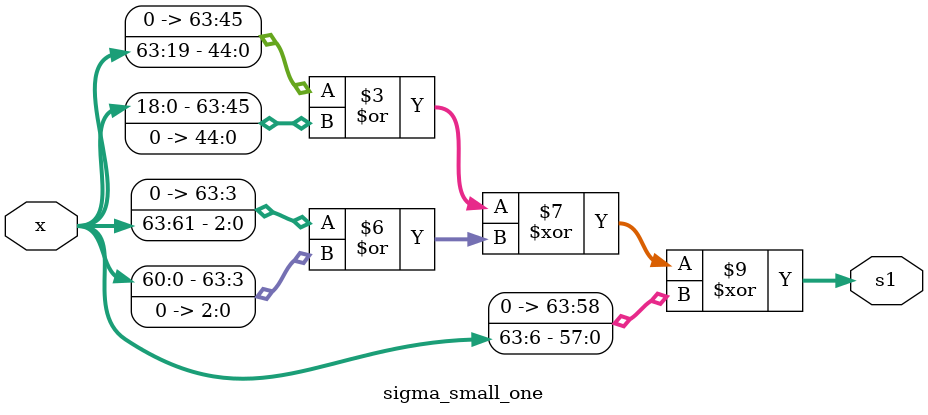
<source format=v>

`define sigma1(x) (((x >>> 19)|(x<<<45)) ^ ((x >>> 61)|(x<<3)) ^ ((x >>6)))


module sigma_small_one(
        input [63:0] x,
        output wire [63:0] s1);

        assign s1 =`sigma1(x);
        
endmodule
</source>
